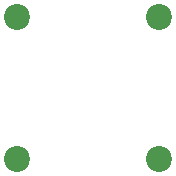
<source format=gbr>
%TF.GenerationSoftware,KiCad,Pcbnew,7.0.6-0*%
%TF.CreationDate,2024-07-04T16:38:06+08:00*%
%TF.ProjectId,led2835,6c656432-3833-4352-9e6b-696361645f70,rev?*%
%TF.SameCoordinates,Original*%
%TF.FileFunction,NonPlated,1,2,NPTH,Drill*%
%TF.FilePolarity,Positive*%
%FSLAX46Y46*%
G04 Gerber Fmt 4.6, Leading zero omitted, Abs format (unit mm)*
G04 Created by KiCad (PCBNEW 7.0.6-0) date 2024-07-04 16:38:06*
%MOMM*%
%LPD*%
G01*
G04 APERTURE LIST*
%TA.AperFunction,ComponentDrill*%
%ADD10C,2.200000*%
%TD*%
G04 APERTURE END LIST*
D10*
%TO.C,H1*%
X144000000Y-94000000D03*
%TO.C,H4*%
X144000000Y-106000000D03*
%TO.C,H2*%
X156000000Y-94000000D03*
%TO.C,H3*%
X156000000Y-106000000D03*
M02*

</source>
